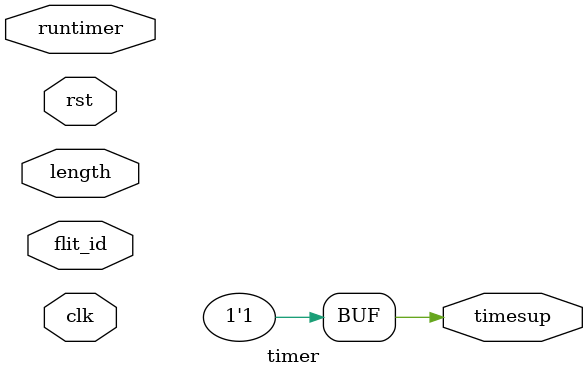
<source format=v>
module arbiter (clk, rst, Lflit_id, Nflit_id, Eflit_id, Wflit_id, Sflit_id, Llength, Nlength, Elength, Wlength, Slength, Lreq, Nreq, Ereq, Wreq, Sreq, nextstate)  ;
  input clk , rst;
  input [2:0] Lflit_id , Nflit_id , Eflit_id , Wflit_id , Sflit_id;
  input [11:0] Llength , Nlength , Elength , Wlength , Slength;
  input Lreq , Nreq , Ereq , Wreq , Sreq;
  output reg[5:0] nextstate;
  reg[5:0] currentstate;
  reg Lruntimer , Nruntimer , Eruntimer , Wruntimer , Sruntimer;
  wire Ltimesup , Ntimesup , Etimesup , Wtimesup , Stimesup;
  timer Ltimer (clk, rst, Lflit_id, Llength, Lruntimer, Ltimesup) ; 
  timer Ntimer (clk, rst, Nflit_id, Nlength, Nruntimer, Ntimesup) ; 
  timer Etimer (clk, rst, Eflit_id, Elength, Eruntimer, Etimesup) ; 
  timer Wtimer (clk, rst, Wflit_id, Wlength, Wruntimer, Wtimesup) ; 
  timer Stimer (clk, rst, Sflit_id, Slength, Sruntimer, Stimesup) ; 
  always
    @( posedge clk )
      begin
        if( rst )
          currentstate <= 6'b01;
        else
          currentstate <= nextstate;
      end
  always
    @(  Lreq or  Nreq or  Ereq or  Wreq or  Sreq or  Ltimesup or  Ntimesup or  Etimesup or  Wtimesup or  Stimesup or  currentstate )
      begin
        Lruntimer = 0;
        Nruntimer = 0;
        Eruntimer = 0;
        Wruntimer = 0;
        Sruntimer = 0;
        case( currentstate )
          6'b01:
            begin
              if( ( Lreq == 1 ) )
                begin
                  nextstate = 6'b010;
                end
              else
                if( ( Nreq == 1 ) )
                  begin
                    nextstate = 6'b0100;
                  end
                else
                  if( ( Ereq == 1 ) )
                    begin
                      nextstate = 6'b01000;
                    end
                  else
                    if( ( Wreq == 1 ) )
                      begin
                        nextstate = 6'b010000;
                      end
                    else
                      if( ( Sreq == 1 ) )
                        begin
                          nextstate = 6'b100000;
                        end
                      else
                        begin
                          nextstate = 6'b01;
                        end
            end
          6'b010:
            begin
              if( ( ( Lreq == 1 ) && ( Ltimesup == 0 ) ) )
                begin
                  Lruntimer = 1;
                  nextstate = 6'b010;
                end
              else
                if( ( Nreq == 1 ) )
                  begin
                    nextstate = 6'b0100;
                  end
                else
                  if( ( Ereq == 1 ) )
                    begin
                      nextstate = 6'b01000;
                    end
                  else
                    if( ( Wreq == 1 ) )
                      begin
                        nextstate = 6'b010000;
                      end
                    else
                      if( ( Sreq == 1 ) )
                        begin
                          nextstate = 6'b100000;
                        end
                      else
                        begin
                          nextstate = 6'b01;
                        end
            end
          6'b0100:
            begin
              if( ( ( Nreq == 1 ) && ( Ntimesup == 0 ) ) )
                begin
                  Nruntimer = 1;
                  nextstate = 6'b0100;
                end
              else
                if( ( Ereq == 1 ) )
                  begin
                    nextstate = 6'b01000;
                  end
                else
                  if( ( Wreq == 1 ) )
                    begin
                      nextstate = 6'b010000;
                    end
                  else
                    if( ( Sreq == 1 ) )
                      begin
                        nextstate = 6'b100000;
                      end
                    else
                      if( ( Lreq == 1 ) )
                        begin
                          nextstate = 6'b010;
                        end
                      else
                        begin
                          nextstate = 6'b01;
                        end
            end
          6'b01000:
            begin
              if( ( ( Ereq == 1 ) && ( Etimesup == 0 ) ) )
                begin
                  Eruntimer = 1;
                  nextstate = 6'b01000;
                end
              else
                if( ( Wreq == 1 ) )
                  begin
                    nextstate = 6'b010000;
                  end
                else
                  if( ( Sreq == 1 ) )
                    begin
                      nextstate = 6'b100000;
                    end
                  else
                    if( ( Lreq == 1 ) )
                      begin
                        nextstate = 6'b010;
                      end
                    else
                      if( ( Nreq == 1 ) )
                        begin
                          nextstate = 6'b0100;
                        end
                      else
                        begin
                          nextstate = 6'b01;
                        end
            end
          6'b010000:
            begin
              if( ( ( Wreq == 1 ) && ( Wtimesup == 0 ) ) )
                begin
                  Wruntimer = 1;
                  nextstate = 6'b010000;
                end
              else
                if( ( Sreq == 1 ) )
                  begin
                    nextstate = 6'b100000;
                  end
                else
                  if( ( Lreq == 1 ) )
                    begin
                      nextstate = 6'b010;
                    end
                  else
                    if( ( Nreq == 1 ) )
                      begin
                        nextstate = 6'b0100;
                      end
                    else
                      if( ( Ereq == 1 ) )
                        begin
                          nextstate = 6'b01000;
                        end
                      else
                        begin
                          nextstate = 6'b01;
                        end
            end
          6'b100000:
            begin
              if( ( ( Sreq == 1 ) && ( Stimesup == 0 ) ) )
                begin
                  Sruntimer = 1;
                  nextstate = 6'b100000;
                end
              else
                if( ( Lreq == 1 ) )
                  begin
                    nextstate = 6'b010;
                  end
                else
                  if( ( Nreq == 1 ) )
                    begin
                      nextstate = 6'b0100;
                    end
                  else
                    if( ( Ereq == 1 ) )
                      begin
                        nextstate = 6'b01000;
                      end
                    else
                      if( ( Wreq == 1 ) )
                        begin
                          nextstate = 6'b010000;
                        end
                      else
                        begin
                          nextstate = 6'b01;
                        end
            end
          default :
            begin
              nextstate = 6'b01;
            end
        endcase
      end
endmodule

module timer (clk, rst, flit_id, length, runtimer, timesup)  ;
  input clk , rst;
  input [2:0] flit_id;
  input [11:0] length;
  input runtimer;
  output reg timesup;
  reg[11:0] timeoutclockperiods;
  reg[11:0] count;
  always
    @( posedge clk )
      begin : timeout
        if( rst )
          begin
            count <= 0;
            timeoutclockperiods <= 0;
          end
        else
          begin
            if( ( flit_id == 3'b01 ) )
              begin
                timeoutclockperiods <= length;
              end
            if( ( runtimer == 0 ) )
              begin
                count <= 0;
              end
            else
              begin
                count <= ( count + 1 );
              end
          end
      end
  always
    @(  count or  timeoutclockperiods )
      begin : timeup
        if( ( count == timeoutclockperiods ) )
          timesup = 1;
        else
          timesup = ( ~0 );
      end
endmodule


</source>
